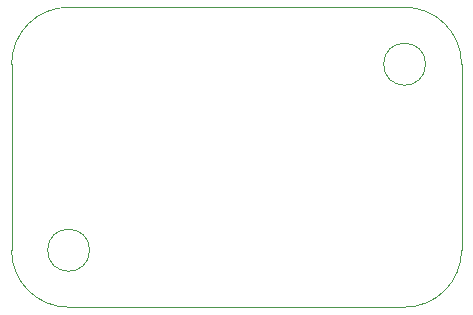
<source format=gbr>
G04 #@! TF.GenerationSoftware,KiCad,Pcbnew,(5.1.2-1)-1*
G04 #@! TF.CreationDate,2020-02-16T12:27:45-05:00*
G04 #@! TF.ProjectId,Delibird,44656c69-6269-4726-942e-6b696361645f,rev?*
G04 #@! TF.SameCoordinates,Original*
G04 #@! TF.FileFunction,Profile,NP*
%FSLAX46Y46*%
G04 Gerber Fmt 4.6, Leading zero omitted, Abs format (unit mm)*
G04 Created by KiCad (PCBNEW (5.1.2-1)-1) date 2020-02-16 12:27:45*
%MOMM*%
%LPD*%
G04 APERTURE LIST*
%ADD10C,0.050000*%
G04 APERTURE END LIST*
D10*
X50800000Y-33274000D02*
G75*
G02X45974000Y-38100000I-4826000J0D01*
G01*
X19304000Y-33274000D02*
G75*
G03X19304000Y-33274000I-1778000J0D01*
G01*
X45974000Y-12700000D02*
G75*
G02X50800000Y-17526000I0J-4826000D01*
G01*
X47752000Y-17526000D02*
G75*
G03X47752000Y-17526000I-1778000J0D01*
G01*
X50800000Y-33274000D02*
X50800000Y-17526000D01*
X45974000Y-12700000D02*
X17526000Y-12700000D01*
X12700000Y-17526000D02*
G75*
G02X17526000Y-12700000I4826000J0D01*
G01*
X17526000Y-38100000D02*
G75*
G02X12700000Y-33274000I0J4826000D01*
G01*
X17526000Y-38100000D02*
X45974000Y-38100000D01*
X12700000Y-17526000D02*
X12700000Y-33274000D01*
M02*

</source>
